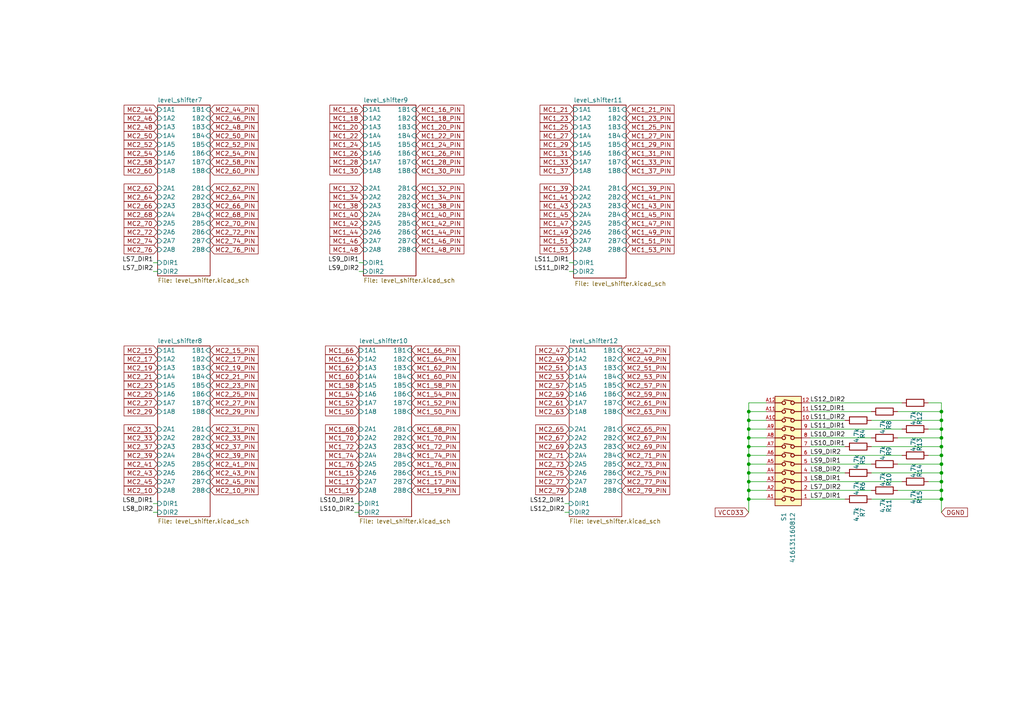
<source format=kicad_sch>
(kicad_sch (version 20231120) (generator "eeschema") (generator_version "8.0")
  (paper "A4")
  (lib_symbols
    (symbol "Device:R" (pin_numbers hide) (pin_names (offset 0))
      (property "Reference" "R" (at 2.032 0 90))
      (property "Value" "R" (at 0 0 90))
      (symbol "R_0_1"
        (rectangle (start -1.016 -2.54) (end 1.016 2.54) (stroke (width 0.254)))
      )
      (symbol "R_1_1"
        (pin passive line (at 0 3.81 270) (length 1.27) (name "~") (number "1"))
        (pin passive line (at 0 -3.81 90) (length 1.27) (name "~") (number "2"))
      )
    )
    (symbol "avlsi_preferred_parts:416131160812" (pin_names (offset 1.016))
      (property "Reference" "S" (at 15.24 2.54 0))
      (property "Value" "416131160812" (at 15.24 0 0))
      (symbol "416131160812_0_0"
        (rectangle (start -17.145 -2.54) (end 14.605 5.08) (stroke (width 0.2)) (fill (type background)))
        (circle (center -15.24 0) (radius 0.508) (stroke (width 0.254)))
        (circle (center -15.24 2.54) (radius 0.508) (stroke (width 0.254)))
        (circle (center -12.7 0) (radius 0.508) (stroke (width 0.254)))
        (circle (center -12.7 2.54) (radius 0.508) (stroke (width 0.254)))
        (circle (center -10.16 0) (radius 0.508) (stroke (width 0.254)))
        (circle (center -10.16 2.54) (radius 0.508) (stroke (width 0.254)))
        (circle (center -7.62 0) (radius 0.508) (stroke (width 0.254)))
        (circle (center -7.62 2.54) (radius 0.508) (stroke (width 0.254)))
        (circle (center -5.08 0) (radius 0.508) (stroke (width 0.254)))
        (circle (center -5.08 2.54) (radius 0.508) (stroke (width 0.254)))
        (circle (center -2.54 0) (radius 0.508) (stroke (width 0.254)))
        (circle (center -2.54 2.54) (radius 0.508) (stroke (width 0.254)))
        (polyline (pts (xy -15.24 -2.54) (xy -15.24 -0.535)) (stroke (width 0.254)))
        (polyline (pts (xy -15.24 5.08) (xy -15.24 3.075)) (stroke (width 0.254)))
        (polyline (pts (xy -14.74 -0.03) (xy -14.34 2.47)) (stroke (width 0.254)))
        (polyline (pts (xy -12.7 -2.54) (xy -12.7 -0.535)) (stroke (width 0.254)))
        (polyline (pts (xy -12.7 5.08) (xy -12.7 3.075)) (stroke (width 0.254)))
        (polyline (pts (xy -12.2 -0.03) (xy -11.8 2.47)) (stroke (width 0.254)))
        (polyline (pts (xy -10.16 -2.54) (xy -10.16 -0.535)) (stroke (width 0.254)))
        (polyline (pts (xy -10.16 5.08) (xy -10.16 3.075)) (stroke (width 0.254)))
        (polyline (pts (xy -9.66 -0.03) (xy -9.26 2.47)) (stroke (width 0.254)))
        (polyline (pts (xy -7.62 -2.54) (xy -7.62 -0.535)) (stroke (width 0.254)))
        (polyline (pts (xy -7.62 5.08) (xy -7.62 3.075)) (stroke (width 0.254)))
        (polyline (pts (xy -7.12 -0.03) (xy -6.72 2.47)) (stroke (width 0.254)))
        (polyline (pts (xy -5.08 -2.54) (xy -5.08 -0.535)) (stroke (width 0.254)))
        (polyline (pts (xy -5.08 5.08) (xy -5.08 3.075)) (stroke (width 0.254)))
        (polyline (pts (xy -4.58 -0.03) (xy -4.18 2.47)) (stroke (width 0.254)))
        (polyline (pts (xy -2.54 -2.54) (xy -2.54 -0.535)) (stroke (width 0.254)))
        (polyline (pts (xy -2.54 5.08) (xy -2.54 3.075)) (stroke (width 0.254)))
        (polyline (pts (xy -2.04 -0.03) (xy -1.64 2.47)) (stroke (width 0.254)))
        (polyline (pts (xy 0 -2.54) (xy 0 -0.535)) (stroke (width 0.254)))
        (polyline (pts (xy 0 5.08) (xy 0 3.075)) (stroke (width 0.254)))
        (polyline (pts (xy 0.5 -0.03) (xy 0.9 2.47)) (stroke (width 0.254)))
        (polyline (pts (xy 2.54 -2.54) (xy 2.54 -0.535)) (stroke (width 0.254)))
        (polyline (pts (xy 2.54 5.08) (xy 2.54 3.075)) (stroke (width 0.254)))
        (polyline (pts (xy 3.04 -0.03) (xy 3.44 2.47)) (stroke (width 0.254)))
        (polyline (pts (xy 5.08 -2.54) (xy 5.08 -0.535)) (stroke (width 0.254)))
        (polyline (pts (xy 5.08 5.08) (xy 5.08 3.075)) (stroke (width 0.254)))
        (polyline (pts (xy 5.58 -0.03) (xy 5.98 2.47)) (stroke (width 0.254)))
        (polyline (pts (xy 7.62 -2.54) (xy 7.62 -0.535)) (stroke (width 0.254)))
        (polyline (pts (xy 7.62 5.08) (xy 7.62 3.075)) (stroke (width 0.254)))
        (polyline (pts (xy 8.12 -0.03) (xy 8.52 2.47)) (stroke (width 0.254)))
        (polyline (pts (xy 10.16 -2.54) (xy 10.16 -0.535)) (stroke (width 0.254)))
        (polyline (pts (xy 10.16 5.08) (xy 10.16 3.075)) (stroke (width 0.254)))
        (polyline (pts (xy 10.66 -0.03) (xy 11.06 2.47)) (stroke (width 0.254)))
        (polyline (pts (xy 12.7 -2.54) (xy 12.7 -0.535)) (stroke (width 0.254)))
        (polyline (pts (xy 12.7 5.08) (xy 12.7 3.075)) (stroke (width 0.254)))
        (polyline (pts (xy 13.2 -0.03) (xy 13.6 2.47)) (stroke (width 0.254)))
        (circle (center 0 0) (radius 0.508) (stroke (width 0.254)))
        (circle (center 0 2.54) (radius 0.508) (stroke (width 0.254)))
        (circle (center 2.54 0) (radius 0.508) (stroke (width 0.254)))
        (circle (center 2.54 2.54) (radius 0.508) (stroke (width 0.254)))
        (circle (center 5.08 0) (radius 0.508) (stroke (width 0.254)))
        (circle (center 5.08 2.54) (radius 0.508) (stroke (width 0.254)))
        (circle (center 7.62 0) (radius 0.508) (stroke (width 0.254)))
        (circle (center 7.62 2.54) (radius 0.508) (stroke (width 0.254)))
        (circle (center 10.16 0) (radius 0.508) (stroke (width 0.254)))
        (circle (center 10.16 2.54) (radius 0.508) (stroke (width 0.254)))
        (circle (center 12.7 0) (radius 0.508) (stroke (width 0.254)))
        (circle (center 12.7 2.54) (radius 0.508) (stroke (width 0.254)))
        (pin passive line (at -15.24 -5.08 90) (length 2.54) (name "~") (number "1"))
        (pin passive line (at 7.62 -5.08 90) (length 2.54) (name "~") (number "10"))
        (pin passive line (at 10.16 -5.08 90) (length 2.54) (name "~") (number "11"))
        (pin passive line (at 12.7 -5.08 90) (length 2.54) (name "~") (number "12"))
        (pin passive line (at -12.7 -5.08 90) (length 2.54) (name "~") (number "2"))
        (pin passive line (at -10.16 -5.08 90) (length 2.54) (name "~") (number "3"))
        (pin passive line (at -7.62 -5.08 90) (length 2.54) (name "~") (number "4"))
        (pin passive line (at -5.08 -5.08 90) (length 2.54) (name "~") (number "5"))
        (pin passive line (at -2.54 -5.08 90) (length 2.54) (name "~") (number "6"))
        (pin passive line (at 0 -5.08 90) (length 2.54) (name "~") (number "7"))
        (pin passive line (at 2.54 -5.08 90) (length 2.54) (name "~") (number "8"))
        (pin passive line (at 5.08 -5.08 90) (length 2.54) (name "~") (number "9"))
        (pin passive line (at -15.24 7.62 270) (length 2.54) (name "~") (number "A1"))
        (pin passive line (at 7.62 7.62 270) (length 2.54) (name "~") (number "A10"))
        (pin passive line (at 10.16 7.62 270) (length 2.54) (name "~") (number "A11"))
        (pin passive line (at 12.7 7.62 270) (length 2.54) (name "~") (number "A12"))
        (pin passive line (at -12.7 7.62 270) (length 2.54) (name "~") (number "A2"))
        (pin passive line (at -10.16 7.62 270) (length 2.54) (name "~") (number "A3"))
        (pin passive line (at -7.62 7.62 270) (length 2.54) (name "~") (number "A4"))
        (pin passive line (at -5.08 7.62 270) (length 2.54) (name "~") (number "A5"))
        (pin passive line (at -2.54 7.62 270) (length 2.54) (name "~") (number "A6"))
        (pin passive line (at 0 7.62 270) (length 2.54) (name "~") (number "A7"))
        (pin passive line (at 2.54 7.62 270) (length 2.54) (name "~") (number "A8"))
        (pin passive line (at 5.08 7.62 270) (length 2.54) (name "~") (number "A9"))
      )
    )
  )
  (junction (at 273.05 139.7))
  (junction (at 217.17 121.92))
  (junction (at 217.17 144.78))
  (junction (at 217.17 127))
  (junction (at 273.05 119.38))
  (junction (at 217.17 142.24))
  (junction (at 273.05 121.92))
  (junction (at 217.17 119.38))
  (junction (at 217.17 137.16))
  (junction (at 273.05 124.46))
  (junction (at 217.17 139.7))
  (junction (at 273.05 132.08))
  (junction (at 217.17 129.54))
  (junction (at 273.05 142.24))
  (junction (at 217.17 134.62))
  (junction (at 273.05 129.54))
  (junction (at 217.17 124.46))
  (junction (at 273.05 134.62))
  (junction (at 217.17 132.08))
  (junction (at 273.05 137.16))
  (junction (at 273.05 144.78))
  (junction (at 273.05 127))
  (wire (pts (xy 217.17 121.92) (xy 222.25 121.92)))
  (wire (pts (xy 273.05 139.7) (xy 273.05 142.24)))
  (wire (pts (xy 217.17 124.46) (xy 222.25 124.46)))
  (wire (pts (xy 165.1 78.74) (xy 166.37 78.74)))
  (wire (pts (xy 217.17 116.84) (xy 222.25 116.84)))
  (wire (pts (xy 102.87 146.05) (xy 104.14 146.05)))
  (wire (pts (xy 217.17 134.62) (xy 217.17 132.08)))
  (wire (pts (xy 234.95 134.62) (xy 252.73 134.62)))
  (wire (pts (xy 252.73 129.54) (xy 273.05 129.54)))
  (wire (pts (xy 217.17 137.16) (xy 222.25 137.16)))
  (wire (pts (xy 260.35 134.62) (xy 273.05 134.62)))
  (wire (pts (xy 234.95 121.92) (xy 245.11 121.92)))
  (wire (pts (xy 44.45 148.59) (xy 45.72 148.59)))
  (wire (pts (xy 217.17 129.54) (xy 217.17 127)))
  (wire (pts (xy 217.17 144.78) (xy 217.17 142.24)))
  (wire (pts (xy 269.24 139.7) (xy 273.05 139.7)))
  (wire (pts (xy 273.05 134.62) (xy 273.05 137.16)))
  (wire (pts (xy 273.05 129.54) (xy 273.05 132.08)))
  (wire (pts (xy 234.95 119.38) (xy 252.73 119.38)))
  (wire (pts (xy 234.95 127) (xy 252.73 127)))
  (wire (pts (xy 273.05 137.16) (xy 273.05 139.7)))
  (wire (pts (xy 217.17 127) (xy 217.17 124.46)))
  (wire (pts (xy 273.05 127) (xy 273.05 129.54)))
  (wire (pts (xy 269.24 124.46) (xy 273.05 124.46)))
  (wire (pts (xy 252.73 144.78) (xy 273.05 144.78)))
  (wire (pts (xy 217.17 148.59) (xy 217.17 144.78)))
  (wire (pts (xy 217.17 134.62) (xy 222.25 134.62)))
  (wire (pts (xy 234.95 139.7) (xy 261.62 139.7)))
  (wire (pts (xy 252.73 137.16) (xy 273.05 137.16)))
  (wire (pts (xy 217.17 119.38) (xy 222.25 119.38)))
  (wire (pts (xy 217.17 144.78) (xy 222.25 144.78)))
  (wire (pts (xy 273.05 144.78) (xy 273.05 148.59)))
  (wire (pts (xy 217.17 132.08) (xy 217.17 129.54)))
  (wire (pts (xy 273.05 121.92) (xy 273.05 124.46)))
  (wire (pts (xy 44.45 76.2) (xy 45.72 76.2)))
  (wire (pts (xy 273.05 142.24) (xy 273.05 144.78)))
  (wire (pts (xy 165.1 76.2) (xy 166.37 76.2)))
  (wire (pts (xy 217.17 139.7) (xy 222.25 139.7)))
  (wire (pts (xy 217.17 121.92) (xy 217.17 119.38)))
  (wire (pts (xy 217.17 129.54) (xy 222.25 129.54)))
  (wire (pts (xy 234.95 116.84) (xy 261.62 116.84)))
  (wire (pts (xy 273.05 124.46) (xy 273.05 127)))
  (wire (pts (xy 269.24 132.08) (xy 273.05 132.08)))
  (wire (pts (xy 217.17 142.24) (xy 222.25 142.24)))
  (wire (pts (xy 234.95 129.54) (xy 245.11 129.54)))
  (wire (pts (xy 217.17 127) (xy 222.25 127)))
  (wire (pts (xy 273.05 116.84) (xy 273.05 119.38)))
  (wire (pts (xy 260.35 142.24) (xy 273.05 142.24)))
  (wire (pts (xy 104.14 78.74) (xy 105.41 78.74)))
  (wire (pts (xy 234.95 137.16) (xy 245.11 137.16)))
  (wire (pts (xy 234.95 142.24) (xy 252.73 142.24)))
  (wire (pts (xy 217.17 132.08) (xy 222.25 132.08)))
  (wire (pts (xy 260.35 127) (xy 273.05 127)))
  (wire (pts (xy 217.17 137.16) (xy 217.17 134.62)))
  (wire (pts (xy 273.05 119.38) (xy 273.05 121.92)))
  (wire (pts (xy 163.83 146.05) (xy 165.1 146.05)))
  (wire (pts (xy 252.73 121.92) (xy 273.05 121.92)))
  (wire (pts (xy 217.17 124.46) (xy 217.17 121.92)))
  (wire (pts (xy 104.14 76.2) (xy 105.41 76.2)))
  (wire (pts (xy 44.45 78.74) (xy 45.72 78.74)))
  (wire (pts (xy 217.17 142.24) (xy 217.17 139.7)))
  (wire (pts (xy 217.17 119.38) (xy 217.17 116.84)))
  (wire (pts (xy 273.05 132.08) (xy 273.05 134.62)))
  (wire (pts (xy 234.95 144.78) (xy 245.11 144.78)))
  (wire (pts (xy 102.87 148.59) (xy 104.14 148.59)))
  (wire (pts (xy 234.95 132.08) (xy 261.62 132.08)))
  (wire (pts (xy 217.17 139.7) (xy 217.17 137.16)))
  (wire (pts (xy 234.95 124.46) (xy 261.62 124.46)))
  (wire (pts (xy 163.83 148.59) (xy 165.1 148.59)))
  (wire (pts (xy 269.24 116.84) (xy 273.05 116.84)))
  (wire (pts (xy 260.35 119.38) (xy 273.05 119.38)))
  (wire (pts (xy 44.45 146.05) (xy 45.72 146.05)))
  (label "LS12_DIR1" (at 234.95 119.38 0))
  (label "LS10_DIR2" (at 102.87 148.59 180))
  (label "LS8_DIR1" (at 44.45 146.05 180))
  (label "LS11_DIR2" (at 234.95 121.92 0))
  (label "LS10_DIR1" (at 102.87 146.05 180))
  (label "LS9_DIR1" (at 104.14 76.2 180))
  (label "LS10_DIR1" (at 234.95 129.54 0))
  (label "LS10_DIR2" (at 234.95 127 0))
  (label "LS7_DIR2" (at 234.95 142.24 0))
  (label "LS9_DIR2" (at 104.14 78.74 180))
  (label "LS12_DIR1" (at 163.83 146.05 180))
  (label "LS9_DIR1" (at 234.95 134.62 0))
  (label "LS7_DIR1" (at 44.45 76.2 180))
  (label "LS8_DIR2" (at 44.45 148.59 180))
  (label "LS8_DIR2" (at 234.95 137.16 0))
  (label "LS11_DIR1" (at 165.1 76.2 180))
  (label "LS7_DIR2" (at 44.45 78.74 180))
  (label "LS9_DIR2" (at 234.95 132.08 0))
  (label "LS11_DIR2" (at 165.1 78.74 180))
  (label "LS12_DIR2" (at 163.83 148.59 180))
  (label "LS12_DIR2" (at 234.95 116.84 0))
  (label "LS8_DIR1" (at 234.95 139.7 0))
  (label "LS11_DIR1" (at 234.95 124.46 0))
  (label "LS7_DIR1" (at 234.95 144.78 0))
  (global_label "MC1_62_PIN" (shape input) (at 119.38 106.68 0) (property "Intersheetrefs" "${INTERSHEET_REFS}" (effects (hide yes))))
  (global_label "MC2_50_PIN" (shape input) (at 60.96 39.37 0) (property "Intersheetrefs" "${INTERSHEET_REFS}" (effects (hide yes))))
  (global_label "MC2_59" (shape input) (at 165.1 114.3 180) (property "Intersheetrefs" "${INTERSHEET_REFS}" (effects (hide yes))))
  (global_label "MC1_52" (shape input) (at 104.14 116.84 180) (property "Intersheetrefs" "${INTERSHEET_REFS}" (effects (hide yes))))
  (global_label "MC1_76_PIN" (shape input) (at 119.38 134.62 0) (property "Intersheetrefs" "${INTERSHEET_REFS}" (effects (hide yes))))
  (global_label "MC1_18" (shape input) (at 105.41 34.29 180) (property "Intersheetrefs" "${INTERSHEET_REFS}" (effects (hide yes))))
  (global_label "MC2_45" (shape input) (at 45.72 139.7 180) (property "Intersheetrefs" "${INTERSHEET_REFS}" (effects (hide yes))))
  (global_label "MC2_43" (shape input) (at 45.72 137.16 180) (property "Intersheetrefs" "${INTERSHEET_REFS}" (effects (hide yes))))
  (global_label "MC1_58_PIN" (shape input) (at 119.38 111.76 0) (property "Intersheetrefs" "${INTERSHEET_REFS}" (effects (hide yes))))
  (global_label "MC1_34" (shape input) (at 105.41 57.15 180) (property "Intersheetrefs" "${INTERSHEET_REFS}" (effects (hide yes))))
  (global_label "MC2_57_PIN" (shape input) (at 180.34 111.76 0) (property "Intersheetrefs" "${INTERSHEET_REFS}" (effects (hide yes))))
  (global_label "MC1_66" (shape input) (at 104.14 101.6 180) (property "Intersheetrefs" "${INTERSHEET_REFS}" (effects (hide yes))))
  (global_label "MC2_23" (shape input) (at 45.72 111.76 180) (property "Intersheetrefs" "${INTERSHEET_REFS}" (effects (hide yes))))
  (global_label "MC1_48_PIN" (shape input) (at 120.65 72.39 0) (property "Intersheetrefs" "${INTERSHEET_REFS}" (effects (hide yes))))
  (global_label "MC2_10_PIN" (shape input) (at 60.96 142.24 0) (property "Intersheetrefs" "${INTERSHEET_REFS}" (effects (hide yes))))
  (global_label "MC1_40_PIN" (shape input) (at 120.65 62.23 0) (property "Intersheetrefs" "${INTERSHEET_REFS}" (effects (hide yes))))
  (global_label "MC2_73_PIN" (shape input) (at 180.34 134.62 0) (property "Intersheetrefs" "${INTERSHEET_REFS}" (effects (hide yes))))
  (global_label "MC1_19" (shape input) (at 104.14 142.24 180) (property "Intersheetrefs" "${INTERSHEET_REFS}" (effects (hide yes))))
  (global_label "MC2_64_PIN" (shape input) (at 60.96 57.15 0) (property "Intersheetrefs" "${INTERSHEET_REFS}" (effects (hide yes))))
  (global_label "MC1_47_PIN" (shape input) (at 181.61 64.77 0) (property "Intersheetrefs" "${INTERSHEET_REFS}" (effects (hide yes))))
  (global_label "MC2_67" (shape input) (at 165.1 127 180) (property "Intersheetrefs" "${INTERSHEET_REFS}" (effects (hide yes))))
  (global_label "MC1_51_PIN" (shape input) (at 181.61 69.85 0) (property "Intersheetrefs" "${INTERSHEET_REFS}" (effects (hide yes))))
  (global_label "MC2_39_PIN" (shape input) (at 60.96 132.08 0) (property "Intersheetrefs" "${INTERSHEET_REFS}" (effects (hide yes))))
  (global_label "MC2_53_PIN" (shape input) (at 180.34 109.22 0) (property "Intersheetrefs" "${INTERSHEET_REFS}" (effects (hide yes))))
  (global_label "MC1_24_PIN" (shape input) (at 120.65 41.91 0) (property "Intersheetrefs" "${INTERSHEET_REFS}" (effects (hide yes))))
  (global_label "MC2_51" (shape input) (at 165.1 106.68 180) (property "Intersheetrefs" "${INTERSHEET_REFS}" (effects (hide yes))))
  (global_label "MC2_61_PIN" (shape input) (at 180.34 116.84 0) (property "Intersheetrefs" "${INTERSHEET_REFS}" (effects (hide yes))))
  (global_label "MC1_20" (shape input) (at 105.41 36.83 180) (property "Intersheetrefs" "${INTERSHEET_REFS}" (effects (hide yes))))
  (global_label "MC2_53" (shape input) (at 165.1 109.22 180) (property "Intersheetrefs" "${INTERSHEET_REFS}" (effects (hide yes))))
  (global_label "MC1_54" (shape input) (at 104.14 114.3 180) (property "Intersheetrefs" "${INTERSHEET_REFS}" (effects (hide yes))))
  (global_label "MC1_16_PIN" (shape input) (at 120.65 31.75 0) (property "Intersheetrefs" "${INTERSHEET_REFS}" (effects (hide yes))))
  (global_label "MC2_64" (shape input) (at 45.72 57.15 180) (property "Intersheetrefs" "${INTERSHEET_REFS}" (effects (hide yes))))
  (global_label "MC1_51" (shape input) (at 166.37 69.85 180) (property "Intersheetrefs" "${INTERSHEET_REFS}" (effects (hide yes))))
  (global_label "MC2_46" (shape input) (at 45.72 34.29 180) (property "Intersheetrefs" "${INTERSHEET_REFS}" (effects (hide yes))))
  (global_label "MC1_32_PIN" (shape input) (at 120.65 54.61 0) (property "Intersheetrefs" "${INTERSHEET_REFS}" (effects (hide yes))))
  (global_label "MC2_74" (shape input) (at 45.72 69.85 180) (property "Intersheetrefs" "${INTERSHEET_REFS}" (effects (hide yes))))
  (global_label "MC2_48_PIN" (shape input) (at 60.96 36.83 0) (property "Intersheetrefs" "${INTERSHEET_REFS}" (effects (hide yes))))
  (global_label "MC2_10" (shape input) (at 45.72 142.24 180) (property "Intersheetrefs" "${INTERSHEET_REFS}" (effects (hide yes))))
  (global_label "MC1_24" (shape input) (at 105.41 41.91 180) (property "Intersheetrefs" "${INTERSHEET_REFS}" (effects (hide yes))))
  (global_label "MC1_15" (shape input) (at 104.14 137.16 180) (property "Intersheetrefs" "${INTERSHEET_REFS}" (effects (hide yes))))
  (global_label "MC2_72_PIN" (shape input) (at 60.96 67.31 0) (property "Intersheetrefs" "${INTERSHEET_REFS}" (effects (hide yes))))
  (global_label "MC2_21_PIN" (shape input) (at 60.96 109.22 0) (property "Intersheetrefs" "${INTERSHEET_REFS}" (effects (hide yes))))
  (global_label "MC1_33" (shape input) (at 166.37 46.99 180) (property "Intersheetrefs" "${INTERSHEET_REFS}" (effects (hide yes))))
  (global_label "MC2_41_PIN" (shape input) (at 60.96 134.62 0) (property "Intersheetrefs" "${INTERSHEET_REFS}" (effects (hide yes))))
  (global_label "MC1_46_PIN" (shape input) (at 120.65 69.85 0) (property "Intersheetrefs" "${INTERSHEET_REFS}" (effects (hide yes))))
  (global_label "MC1_38_PIN" (shape input) (at 120.65 59.69 0) (property "Intersheetrefs" "${INTERSHEET_REFS}" (effects (hide yes))))
  (global_label "MC2_25_PIN" (shape input) (at 60.96 114.3 0) (property "Intersheetrefs" "${INTERSHEET_REFS}" (effects (hide yes))))
  (global_label "MC1_26_PIN" (shape input) (at 120.65 44.45 0) (property "Intersheetrefs" "${INTERSHEET_REFS}" (effects (hide yes))))
  (global_label "MC2_51_PIN" (shape input) (at 180.34 106.68 0) (property "Intersheetrefs" "${INTERSHEET_REFS}" (effects (hide yes))))
  (global_label "MC2_43_PIN" (shape input) (at 60.96 137.16 0) (property "Intersheetrefs" "${INTERSHEET_REFS}" (effects (hide yes))))
  (global_label "MC2_71" (shape input) (at 165.1 132.08 180) (property "Intersheetrefs" "${INTERSHEET_REFS}" (effects (hide yes))))
  (global_label "MC1_42_PIN" (shape input) (at 120.65 64.77 0) (property "Intersheetrefs" "${INTERSHEET_REFS}" (effects (hide yes))))
  (global_label "MC1_21" (shape input) (at 166.37 31.75 180) (property "Intersheetrefs" "${INTERSHEET_REFS}" (effects (hide yes))))
  (global_label "MC1_72" (shape input) (at 104.14 129.54 180) (property "Intersheetrefs" "${INTERSHEET_REFS}" (effects (hide yes))))
  (global_label "MC2_76_PIN" (shape input) (at 60.96 72.39 0) (property "Intersheetrefs" "${INTERSHEET_REFS}" (effects (hide yes))))
  (global_label "VCCD33" (shape input) (at 217.17 148.59 180) (property "Intersheetrefs" "${INTERSHEET_REFS}" (effects (hide yes))))
  (global_label "MC2_68_PIN" (shape input) (at 60.96 62.23 0) (property "Intersheetrefs" "${INTERSHEET_REFS}" (effects (hide yes))))
  (global_label "MC2_19_PIN" (shape input) (at 60.96 106.68 0) (property "Intersheetrefs" "${INTERSHEET_REFS}" (effects (hide yes))))
  (global_label "MC2_63_PIN" (shape input) (at 180.34 119.38 0) (property "Intersheetrefs" "${INTERSHEET_REFS}" (effects (hide yes))))
  (global_label "MC2_50" (shape input) (at 45.72 39.37 180) (property "Intersheetrefs" "${INTERSHEET_REFS}" (effects (hide yes))))
  (global_label "MC1_18_PIN" (shape input) (at 120.65 34.29 0) (property "Intersheetrefs" "${INTERSHEET_REFS}" (effects (hide yes))))
  (global_label "MC1_74" (shape input) (at 104.14 132.08 180) (property "Intersheetrefs" "${INTERSHEET_REFS}" (effects (hide yes))))
  (global_label "MC2_37_PIN" (shape input) (at 60.96 129.54 0) (property "Intersheetrefs" "${INTERSHEET_REFS}" (effects (hide yes))))
  (global_label "MC1_47" (shape input) (at 166.37 64.77 180) (property "Intersheetrefs" "${INTERSHEET_REFS}" (effects (hide yes))))
  (global_label "MC1_17" (shape input) (at 104.14 139.7 180) (property "Intersheetrefs" "${INTERSHEET_REFS}" (effects (hide yes))))
  (global_label "MC1_27" (shape input) (at 166.37 39.37 180) (property "Intersheetrefs" "${INTERSHEET_REFS}" (effects (hide yes))))
  (global_label "MC2_17_PIN" (shape input) (at 60.96 104.14 0) (property "Intersheetrefs" "${INTERSHEET_REFS}" (effects (hide yes))))
  (global_label "MC2_49_PIN" (shape input) (at 180.34 104.14 0) (property "Intersheetrefs" "${INTERSHEET_REFS}" (effects (hide yes))))
  (global_label "MC2_68" (shape input) (at 45.72 62.23 180) (property "Intersheetrefs" "${INTERSHEET_REFS}" (effects (hide yes))))
  (global_label "MC1_43" (shape input) (at 166.37 59.69 180) (property "Intersheetrefs" "${INTERSHEET_REFS}" (effects (hide yes))))
  (global_label "MC1_37_PIN" (shape input) (at 181.61 49.53 0) (property "Intersheetrefs" "${INTERSHEET_REFS}" (effects (hide yes))))
  (global_label "MC1_29" (shape input) (at 166.37 41.91 180) (property "Intersheetrefs" "${INTERSHEET_REFS}" (effects (hide yes))))
  (global_label "MC2_52_PIN" (shape input) (at 60.96 41.91 0) (property "Intersheetrefs" "${INTERSHEET_REFS}" (effects (hide yes))))
  (global_label "MC1_33_PIN" (shape input) (at 181.61 46.99 0) (property "Intersheetrefs" "${INTERSHEET_REFS}" (effects (hide yes))))
  (global_label "MC1_28" (shape input) (at 105.41 46.99 180) (property "Intersheetrefs" "${INTERSHEET_REFS}" (effects (hide yes))))
  (global_label "MC1_48" (shape input) (at 105.41 72.39 180) (property "Intersheetrefs" "${INTERSHEET_REFS}" (effects (hide yes))))
  (global_label "MC1_76" (shape input) (at 104.14 134.62 180) (property "Intersheetrefs" "${INTERSHEET_REFS}" (effects (hide yes))))
  (global_label "MC1_30" (shape input) (at 105.41 49.53 180) (property "Intersheetrefs" "${INTERSHEET_REFS}" (effects (hide yes))))
  (global_label "MC2_66_PIN" (shape input) (at 60.96 59.69 0) (property "Intersheetrefs" "${INTERSHEET_REFS}" (effects (hide yes))))
  (global_label "MC1_45" (shape input) (at 166.37 62.23 180) (property "Intersheetrefs" "${INTERSHEET_REFS}" (effects (hide yes))))
  (global_label "MC2_23_PIN" (shape input) (at 60.96 111.76 0) (property "Intersheetrefs" "${INTERSHEET_REFS}" (effects (hide yes))))
  (global_label "MC2_75" (shape input) (at 165.1 137.16 180) (property "Intersheetrefs" "${INTERSHEET_REFS}" (effects (hide yes))))
  (global_label "DGND" (shape input) (at 273.05 148.59 0) (property "Intersheetrefs" "${INTERSHEET_REFS}" (effects (hide yes))))
  (global_label "MC1_23_PIN" (shape input) (at 181.61 34.29 0) (property "Intersheetrefs" "${INTERSHEET_REFS}" (effects (hide yes))))
  (global_label "MC2_17" (shape input) (at 45.72 104.14 180) (property "Intersheetrefs" "${INTERSHEET_REFS}" (effects (hide yes))))
  (global_label "MC1_27_PIN" (shape input) (at 181.61 39.37 0) (property "Intersheetrefs" "${INTERSHEET_REFS}" (effects (hide yes))))
  (global_label "MC1_31" (shape input) (at 166.37 44.45 180) (property "Intersheetrefs" "${INTERSHEET_REFS}" (effects (hide yes))))
  (global_label "MC2_79_PIN" (shape input) (at 180.34 142.24 0) (property "Intersheetrefs" "${INTERSHEET_REFS}" (effects (hide yes))))
  (global_label "MC1_72_PIN" (shape input) (at 119.38 129.54 0) (property "Intersheetrefs" "${INTERSHEET_REFS}" (effects (hide yes))))
  (global_label "MC2_31" (shape input) (at 45.72 124.46 180) (property "Intersheetrefs" "${INTERSHEET_REFS}" (effects (hide yes))))
  (global_label "MC2_15" (shape input) (at 45.72 101.6 180) (property "Intersheetrefs" "${INTERSHEET_REFS}" (effects (hide yes))))
  (global_label "MC2_52" (shape input) (at 45.72 41.91 180) (property "Intersheetrefs" "${INTERSHEET_REFS}" (effects (hide yes))))
  (global_label "MC2_31_PIN" (shape input) (at 60.96 124.46 0) (property "Intersheetrefs" "${INTERSHEET_REFS}" (effects (hide yes))))
  (global_label "MC2_29" (shape input) (at 45.72 119.38 180) (property "Intersheetrefs" "${INTERSHEET_REFS}" (effects (hide yes))))
  (global_label "MC1_32" (shape input) (at 105.41 54.61 180) (property "Intersheetrefs" "${INTERSHEET_REFS}" (effects (hide yes))))
  (global_label "MC2_48" (shape input) (at 45.72 36.83 180) (property "Intersheetrefs" "${INTERSHEET_REFS}" (effects (hide yes))))
  (global_label "MC2_71_PIN" (shape input) (at 180.34 132.08 0) (property "Intersheetrefs" "${INTERSHEET_REFS}" (effects (hide yes))))
  (global_label "MC2_44" (shape input) (at 45.72 31.75 180) (property "Intersheetrefs" "${INTERSHEET_REFS}" (effects (hide yes))))
  (global_label "MC2_70_PIN" (shape input) (at 60.96 64.77 0) (property "Intersheetrefs" "${INTERSHEET_REFS}" (effects (hide yes))))
  (global_label "MC1_62" (shape input) (at 104.14 106.68 180) (property "Intersheetrefs" "${INTERSHEET_REFS}" (effects (hide yes))))
  (global_label "MC2_59_PIN" (shape input) (at 180.34 114.3 0) (property "Intersheetrefs" "${INTERSHEET_REFS}" (effects (hide yes))))
  (global_label "MC1_70_PIN" (shape input) (at 119.38 127 0) (property "Intersheetrefs" "${INTERSHEET_REFS}" (effects (hide yes))))
  (global_label "MC1_44_PIN" (shape input) (at 120.65 67.31 0) (property "Intersheetrefs" "${INTERSHEET_REFS}" (effects (hide yes))))
  (global_label "MC1_17_PIN" (shape input) (at 119.38 139.7 0) (property "Intersheetrefs" "${INTERSHEET_REFS}" (effects (hide yes))))
  (global_label "MC1_68_PIN" (shape input) (at 119.38 124.46 0) (property "Intersheetrefs" "${INTERSHEET_REFS}" (effects (hide yes))))
  (global_label "MC1_74_PIN" (shape input) (at 119.38 132.08 0) (property "Intersheetrefs" "${INTERSHEET_REFS}" (effects (hide yes))))
  (global_label "MC2_58" (shape input) (at 45.72 46.99 180) (property "Intersheetrefs" "${INTERSHEET_REFS}" (effects (hide yes))))
  (global_label "MC1_16" (shape input) (at 105.41 31.75 180) (property "Intersheetrefs" "${INTERSHEET_REFS}" (effects (hide yes))))
  (global_label "MC1_19_PIN" (shape input) (at 119.38 142.24 0) (property "Intersheetrefs" "${INTERSHEET_REFS}" (effects (hide yes))))
  (global_label "MC1_15_PIN" (shape input) (at 119.38 137.16 0) (property "Intersheetrefs" "${INTERSHEET_REFS}" (effects (hide yes))))
  (global_label "MC1_54_PIN" (shape input) (at 119.38 114.3 0) (property "Intersheetrefs" "${INTERSHEET_REFS}" (effects (hide yes))))
  (global_label "MC2_29_PIN" (shape input) (at 60.96 119.38 0) (property "Intersheetrefs" "${INTERSHEET_REFS}" (effects (hide yes))))
  (global_label "MC2_75_PIN" (shape input) (at 180.34 137.16 0) (property "Intersheetrefs" "${INTERSHEET_REFS}" (effects (hide yes))))
  (global_label "MC1_44" (shape input) (at 105.41 67.31 180) (property "Intersheetrefs" "${INTERSHEET_REFS}" (effects (hide yes))))
  (global_label "MC2_39" (shape input) (at 45.72 132.08 180) (property "Intersheetrefs" "${INTERSHEET_REFS}" (effects (hide yes))))
  (global_label "MC2_62_PIN" (shape input) (at 60.96 54.61 0) (property "Intersheetrefs" "${INTERSHEET_REFS}" (effects (hide yes))))
  (global_label "MC2_33_PIN" (shape input) (at 60.96 127 0) (property "Intersheetrefs" "${INTERSHEET_REFS}" (effects (hide yes))))
  (global_label "MC1_40" (shape input) (at 105.41 62.23 180) (property "Intersheetrefs" "${INTERSHEET_REFS}" (effects (hide yes))))
  (global_label "MC2_41" (shape input) (at 45.72 134.62 180) (property "Intersheetrefs" "${INTERSHEET_REFS}" (effects (hide yes))))
  (global_label "MC2_47_PIN" (shape input) (at 180.34 101.6 0) (property "Intersheetrefs" "${INTERSHEET_REFS}" (effects (hide yes))))
  (global_label "MC1_25_PIN" (shape input) (at 181.61 36.83 0) (property "Intersheetrefs" "${INTERSHEET_REFS}" (effects (hide yes))))
  (global_label "MC1_60" (shape input) (at 104.14 109.22 180) (property "Intersheetrefs" "${INTERSHEET_REFS}" (effects (hide yes))))
  (global_label "MC1_68" (shape input) (at 104.14 124.46 180) (property "Intersheetrefs" "${INTERSHEET_REFS}" (effects (hide yes))))
  (global_label "MC2_25" (shape input) (at 45.72 114.3 180) (property "Intersheetrefs" "${INTERSHEET_REFS}" (effects (hide yes))))
  (global_label "MC1_38" (shape input) (at 105.41 59.69 180) (property "Intersheetrefs" "${INTERSHEET_REFS}" (effects (hide yes))))
  (global_label "MC1_64" (shape input) (at 104.14 104.14 180) (property "Intersheetrefs" "${INTERSHEET_REFS}" (effects (hide yes))))
  (global_label "MC2_66" (shape input) (at 45.72 59.69 180) (property "Intersheetrefs" "${INTERSHEET_REFS}" (effects (hide yes))))
  (global_label "MC1_29_PIN" (shape input) (at 181.61 41.91 0) (property "Intersheetrefs" "${INTERSHEET_REFS}" (effects (hide yes))))
  (global_label "MC1_30_PIN" (shape input) (at 120.65 49.53 0) (property "Intersheetrefs" "${INTERSHEET_REFS}" (effects (hide yes))))
  (global_label "MC1_28_PIN" (shape input) (at 120.65 46.99 0) (property "Intersheetrefs" "${INTERSHEET_REFS}" (effects (hide yes))))
  (global_label "MC2_62" (shape input) (at 45.72 54.61 180) (property "Intersheetrefs" "${INTERSHEET_REFS}" (effects (hide yes))))
  (global_label "MC1_26" (shape input) (at 105.41 44.45 180) (property "Intersheetrefs" "${INTERSHEET_REFS}" (effects (hide yes))))
  (global_label "MC2_79" (shape input) (at 165.1 142.24 180) (property "Intersheetrefs" "${INTERSHEET_REFS}" (effects (hide yes))))
  (global_label "MC2_57" (shape input) (at 165.1 111.76 180) (property "Intersheetrefs" "${INTERSHEET_REFS}" (effects (hide yes))))
  (global_label "MC2_49" (shape input) (at 165.1 104.14 180) (property "Intersheetrefs" "${INTERSHEET_REFS}" (effects (hide yes))))
  (global_label "MC1_53" (shape input) (at 166.37 72.39 180) (property "Intersheetrefs" "${INTERSHEET_REFS}" (effects (hide yes))))
  (global_label "MC1_50" (shape input) (at 104.14 119.38 180) (property "Intersheetrefs" "${INTERSHEET_REFS}" (effects (hide yes))))
  (global_label "MC1_49_PIN" (shape input) (at 181.61 67.31 0) (property "Intersheetrefs" "${INTERSHEET_REFS}" (effects (hide yes))))
  (global_label "MC2_33" (shape input) (at 45.72 127 180) (property "Intersheetrefs" "${INTERSHEET_REFS}" (effects (hide yes))))
  (global_label "MC1_64_PIN" (shape input) (at 119.38 104.14 0) (property "Intersheetrefs" "${INTERSHEET_REFS}" (effects (hide yes))))
  (global_label "MC1_70" (shape input) (at 104.14 127 180) (property "Intersheetrefs" "${INTERSHEET_REFS}" (effects (hide yes))))
  (global_label "MC1_49" (shape input) (at 166.37 67.31 180) (property "Intersheetrefs" "${INTERSHEET_REFS}" (effects (hide yes))))
  (global_label "MC2_44_PIN" (shape input) (at 60.96 31.75 0) (property "Intersheetrefs" "${INTERSHEET_REFS}" (effects (hide yes))))
  (global_label "MC1_46" (shape input) (at 105.41 69.85 180) (property "Intersheetrefs" "${INTERSHEET_REFS}" (effects (hide yes))))
  (global_label "MC1_34_PIN" (shape input) (at 120.65 57.15 0) (property "Intersheetrefs" "${INTERSHEET_REFS}" (effects (hide yes))))
  (global_label "MC1_31_PIN" (shape input) (at 181.61 44.45 0) (property "Intersheetrefs" "${INTERSHEET_REFS}" (effects (hide yes))))
  (global_label "MC1_41" (shape input) (at 166.37 57.15 180) (property "Intersheetrefs" "${INTERSHEET_REFS}" (effects (hide yes))))
  (global_label "MC1_25" (shape input) (at 166.37 36.83 180) (property "Intersheetrefs" "${INTERSHEET_REFS}" (effects (hide yes))))
  (global_label "MC1_42" (shape input) (at 105.41 64.77 180) (property "Intersheetrefs" "${INTERSHEET_REFS}" (effects (hide yes))))
  (global_label "MC2_61" (shape input) (at 165.1 116.84 180) (property "Intersheetrefs" "${INTERSHEET_REFS}" (effects (hide yes))))
  (global_label "MC2_27" (shape input) (at 45.72 116.84 180) (property "Intersheetrefs" "${INTERSHEET_REFS}" (effects (hide yes))))
  (global_label "MC1_66_PIN" (shape input) (at 119.38 101.6 0) (property "Intersheetrefs" "${INTERSHEET_REFS}" (effects (hide yes))))
  (global_label "MC2_58_PIN" (shape input) (at 60.96 46.99 0) (property "Intersheetrefs" "${INTERSHEET_REFS}" (effects (hide yes))))
  (global_label "MC2_21" (shape input) (at 45.72 109.22 180) (property "Intersheetrefs" "${INTERSHEET_REFS}" (effects (hide yes))))
  (global_label "MC2_46_PIN" (shape input) (at 60.96 34.29 0) (property "Intersheetrefs" "${INTERSHEET_REFS}" (effects (hide yes))))
  (global_label "MC1_20_PIN" (shape input) (at 120.65 36.83 0) (property "Intersheetrefs" "${INTERSHEET_REFS}" (effects (hide yes))))
  (global_label "MC2_74_PIN" (shape input) (at 60.96 69.85 0) (property "Intersheetrefs" "${INTERSHEET_REFS}" (effects (hide yes))))
  (global_label "MC2_76" (shape input) (at 45.72 72.39 180) (property "Intersheetrefs" "${INTERSHEET_REFS}" (effects (hide yes))))
  (global_label "MC2_70" (shape input) (at 45.72 64.77 180) (property "Intersheetrefs" "${INTERSHEET_REFS}" (effects (hide yes))))
  (global_label "MC2_19" (shape input) (at 45.72 106.68 180) (property "Intersheetrefs" "${INTERSHEET_REFS}" (effects (hide yes))))
  (global_label "MC2_15_PIN" (shape input) (at 60.96 101.6 0) (property "Intersheetrefs" "${INTERSHEET_REFS}" (effects (hide yes))))
  (global_label "MC2_60" (shape input) (at 45.72 49.53 180) (property "Intersheetrefs" "${INTERSHEET_REFS}" (effects (hide yes))))
  (global_label "MC1_43_PIN" (shape input) (at 181.61 59.69 0) (property "Intersheetrefs" "${INTERSHEET_REFS}" (effects (hide yes))))
  (global_label "MC1_41_PIN" (shape input) (at 181.61 57.15 0) (property "Intersheetrefs" "${INTERSHEET_REFS}" (effects (hide yes))))
  (global_label "MC1_50_PIN" (shape input) (at 119.38 119.38 0) (property "Intersheetrefs" "${INTERSHEET_REFS}" (effects (hide yes))))
  (global_label "MC1_52_PIN" (shape input) (at 119.38 116.84 0) (property "Intersheetrefs" "${INTERSHEET_REFS}" (effects (hide yes))))
  (global_label "MC2_67_PIN" (shape input) (at 180.34 127 0) (property "Intersheetrefs" "${INTERSHEET_REFS}" (effects (hide yes))))
  (global_label "MC2_73" (shape input) (at 165.1 134.62 180) (property "Intersheetrefs" "${INTERSHEET_REFS}" (effects (hide yes))))
  (global_label "MC2_65_PIN" (shape input) (at 180.34 124.46 0) (property "Intersheetrefs" "${INTERSHEET_REFS}" (effects (hide yes))))
  (global_label "MC1_22_PIN" (shape input) (at 120.65 39.37 0) (property "Intersheetrefs" "${INTERSHEET_REFS}" (effects (hide yes))))
  (global_label "MC1_58" (shape input) (at 104.14 111.76 180) (property "Intersheetrefs" "${INTERSHEET_REFS}" (effects (hide yes))))
  (global_label "MC1_21_PIN" (shape input) (at 181.61 31.75 0) (property "Intersheetrefs" "${INTERSHEET_REFS}" (effects (hide yes))))
  (global_label "MC1_53_PIN" (shape input) (at 181.61 72.39 0) (property "Intersheetrefs" "${INTERSHEET_REFS}" (effects (hide yes))))
  (global_label "MC2_65" (shape input) (at 165.1 124.46 180) (property "Intersheetrefs" "${INTERSHEET_REFS}" (effects (hide yes))))
  (global_label "MC1_60_PIN" (shape input) (at 119.38 109.22 0) (property "Intersheetrefs" "${INTERSHEET_REFS}" (effects (hide yes))))
  (global_label "MC2_47" (shape input) (at 165.1 101.6 180) (property "Intersheetrefs" "${INTERSHEET_REFS}" (effects (hide yes))))
  (global_label "MC1_39" (shape input) (at 166.37 54.61 180) (property "Intersheetrefs" "${INTERSHEET_REFS}" (effects (hide yes))))
  (global_label "MC2_54" (shape input) (at 45.72 44.45 180) (property "Intersheetrefs" "${INTERSHEET_REFS}" (effects (hide yes))))
  (global_label "MC2_60_PIN" (shape input) (at 60.96 49.53 0) (property "Intersheetrefs" "${INTERSHEET_REFS}" (effects (hide yes))))
  (global_label "MC1_45_PIN" (shape input) (at 181.61 62.23 0) (property "Intersheetrefs" "${INTERSHEET_REFS}" (effects (hide yes))))
  (global_label "MC2_72" (shape input) (at 45.72 67.31 180) (property "Intersheetrefs" "${INTERSHEET_REFS}" (effects (hide yes))))
  (global_label "MC1_39_PIN" (shape input) (at 181.61 54.61 0) (property "Intersheetrefs" "${INTERSHEET_REFS}" (effects (hide yes))))
  (global_label "MC1_22" (shape input) (at 105.41 39.37 180) (property "Intersheetrefs" "${INTERSHEET_REFS}" (effects (hide yes))))
  (global_label "MC2_69_PIN" (shape input) (at 180.34 129.54 0) (property "Intersheetrefs" "${INTERSHEET_REFS}" (effects (hide yes))))
  (global_label "MC2_45_PIN" (shape input) (at 60.96 139.7 0) (property "Intersheetrefs" "${INTERSHEET_REFS}" (effects (hide yes))))
  (global_label "MC2_77_PIN" (shape input) (at 180.34 139.7 0) (property "Intersheetrefs" "${INTERSHEET_REFS}" (effects (hide yes))))
  (global_label "MC2_63" (shape input) (at 165.1 119.38 180) (property "Intersheetrefs" "${INTERSHEET_REFS}" (effects (hide yes))))
  (global_label "MC2_69" (shape input) (at 165.1 129.54 180) (property "Intersheetrefs" "${INTERSHEET_REFS}" (effects (hide yes))))
  (global_label "MC1_23" (shape input) (at 166.37 34.29 180) (property "Intersheetrefs" "${INTERSHEET_REFS}" (effects (hide yes))))
  (global_label "MC2_54_PIN" (shape input) (at 60.96 44.45 0) (property "Intersheetrefs" "${INTERSHEET_REFS}" (effects (hide yes))))
  (global_label "MC2_77" (shape input) (at 165.1 139.7 180) (property "Intersheetrefs" "${INTERSHEET_REFS}" (effects (hide yes))))
  (global_label "MC2_37" (shape input) (at 45.72 129.54 180) (property "Intersheetrefs" "${INTERSHEET_REFS}" (effects (hide yes))))
  (global_label "MC2_27_PIN" (shape input) (at 60.96 116.84 0) (property "Intersheetrefs" "${INTERSHEET_REFS}" (effects (hide yes))))
  (global_label "MC1_37" (shape input) (at 166.37 49.53 180) (property "Intersheetrefs" "${INTERSHEET_REFS}" (effects (hide yes))))
  (symbol (lib_id "avlsi_preferred_parts:416131160812") (at 229.87 129.54 90) (unit 1)
    (property "Reference" "S1" (at 227.3299 148.59 0) (effects (justify right)))
    (property "Value" "416131160812" (at 229.8699 148.59 0) (effects (justify right)))
    (property "Footprint" "avlsi_preferred_parts:416131160812" (effects (hide yes)))
  )
  (symbol (lib_id "Device:R") (at 256.54 142.24 270) (unit 1)
    (property "Reference" "R11" (at 257.8101 144.78 0) (effects (justify left)))
    (property "Value" "4.7k" (at 256.032 144.526 0) (effects (justify left)))
    (property "Footprint" "Resistor_SMD:R_0805_2012Metric" (effects (hide yes)))
    (property "Description" "Resistor" (effects (hide yes)))
  )
  (symbol (lib_id "Device:R") (at 248.92 121.92 270) (unit 1)
    (property "Reference" "R4" (at 250.1901 124.46 0) (effects (justify left)))
    (property "Value" "4.7k" (at 248.412 124.206 0) (effects (justify left)))
    (property "Footprint" "Resistor_SMD:R_0805_2012Metric" (effects (hide yes)))
    (property "Description" "Resistor" (effects (hide yes)))
  )
  (symbol (lib_id "Device:R") (at 265.43 124.46 270) (unit 1)
    (property "Reference" "R13" (at 266.7001 127 0) (effects (justify left)))
    (property "Value" "4.7k" (at 264.922 126.746 0) (effects (justify left)))
    (property "Footprint" "Resistor_SMD:R_0805_2012Metric" (effects (hide yes)))
    (property "Description" "Resistor" (effects (hide yes)))
  )
  (symbol (lib_id "Device:R") (at 248.92 137.16 270) (unit 1)
    (property "Reference" "R6" (at 250.1901 139.7 0) (effects (justify left)))
    (property "Value" "4.7k" (at 248.412 139.446 0) (effects (justify left)))
    (property "Footprint" "Resistor_SMD:R_0805_2012Metric" (effects (hide yes)))
    (property "Description" "Resistor" (effects (hide yes)))
  )
  (symbol (lib_id "Device:R") (at 248.92 129.54 270) (unit 1)
    (property "Reference" "R5" (at 250.1901 132.08 0) (effects (justify left)))
    (property "Value" "4.7k" (at 248.412 131.826 0) (effects (justify left)))
    (property "Footprint" "Resistor_SMD:R_0805_2012Metric" (effects (hide yes)))
    (property "Description" "Resistor" (effects (hide yes)))
  )
  (symbol (lib_id "Device:R") (at 248.92 144.78 270) (unit 1)
    (property "Reference" "R7" (at 250.1901 147.32 0) (effects (justify left)))
    (property "Value" "4.7k" (at 248.412 147.066 0) (effects (justify left)))
    (property "Footprint" "Resistor_SMD:R_0805_2012Metric" (effects (hide yes)))
    (property "Description" "Resistor" (effects (hide yes)))
  )
  (symbol (lib_id "Device:R") (at 265.43 132.08 270) (unit 1)
    (property "Reference" "R14" (at 266.7001 134.62 0) (effects (justify left)))
    (property "Value" "4.7k" (at 264.922 134.366 0) (effects (justify left)))
    (property "Footprint" "Resistor_SMD:R_0805_2012Metric" (effects (hide yes)))
    (property "Description" "Resistor" (effects (hide yes)))
  )
  (symbol (lib_id "Device:R") (at 265.43 139.7 270) (unit 1)
    (property "Reference" "R15" (at 266.7001 142.24 0) (effects (justify left)))
    (property "Value" "4.7k" (at 264.922 141.986 0) (effects (justify left)))
    (property "Footprint" "Resistor_SMD:R_0805_2012Metric" (effects (hide yes)))
    (property "Description" "Resistor" (effects (hide yes)))
  )
  (symbol (lib_id "Device:R") (at 256.54 134.62 270) (unit 1)
    (property "Reference" "R10" (at 257.8101 137.16 0) (effects (justify left)))
    (property "Value" "4.7k" (at 256.032 136.906 0) (effects (justify left)))
    (property "Footprint" "Resistor_SMD:R_0805_2012Metric" (effects (hide yes)))
    (property "Description" "Resistor" (effects (hide yes)))
  )
  (symbol (lib_id "Device:R") (at 256.54 119.38 270) (unit 1)
    (property "Reference" "R8" (at 257.8101 121.92 0) (effects (justify left)))
    (property "Value" "4.7k" (at 256.032 121.666 0) (effects (justify left)))
    (property "Footprint" "Resistor_SMD:R_0805_2012Metric" (effects (hide yes)))
    (property "Description" "Resistor" (effects (hide yes)))
  )
  (symbol (lib_id "Device:R") (at 256.54 127 270) (unit 1)
    (property "Reference" "R9" (at 257.8101 129.54 0) (effects (justify left)))
    (property "Value" "4.7k" (at 256.032 129.286 0) (effects (justify left)))
    (property "Footprint" "Resistor_SMD:R_0805_2012Metric" (effects (hide yes)))
    (property "Description" "Resistor" (effects (hide yes)))
  )
  (symbol (lib_id "Device:R") (at 265.43 116.84 270) (unit 1)
    (property "Reference" "R12" (at 266.7001 119.38 0) (effects (justify left)))
    (property "Value" "4.7k" (at 264.922 119.126 0) (effects (justify left)))
    (property "Footprint" "Resistor_SMD:R_0805_2012Metric" (effects (hide yes)))
    (property "Description" "Resistor" (effects (hide yes)))
  )
  (sheet (at 45.72 30.48) (size 15.24 49.53) (stroke (width 0.1524))
    (property "Sheetname" "level_shifter7" (at 45.72 29.7684 0) (effects (justify left bottom)))
    (property "Sheetfile" "level_shifter.kicad_sch" (at 45.72 80.5946 0) (effects (justify left top)))
    (pin "1B2" input (at 60.96 34.29 0))
    (pin "1B1" input (at 60.96 31.75 0))
    (pin "1B3" input (at 60.96 36.83 0))
    (pin "1B4" input (at 60.96 39.37 0))
    (pin "1B5" input (at 60.96 41.91 0))
    (pin "1B6" input (at 60.96 44.45 0))
    (pin "1B7" input (at 60.96 46.99 0))
    (pin "1B8" input (at 60.96 49.53 0))
    (pin "2B1" input (at 60.96 54.61 0))
    (pin "2B2" input (at 60.96 57.15 0))
    (pin "2B7" input (at 60.96 69.85 0))
    (pin "2B8" input (at 60.96 72.39 0))
    (pin "1A1" input (at 45.72 31.75 180))
    (pin "1A2" input (at 45.72 34.29 180))
    (pin "1A3" input (at 45.72 36.83 180))
    (pin "2B3" input (at 60.96 59.69 0))
    (pin "2B4" input (at 60.96 62.23 0))
    (pin "2B5" input (at 60.96 64.77 0))
    (pin "2B6" input (at 60.96 67.31 0))
    (pin "1A4" input (at 45.72 39.37 180))
    (pin "2A8" input (at 45.72 72.39 180))
    (pin "2A7" input (at 45.72 69.85 180))
    (pin "1A5" input (at 45.72 41.91 180))
    (pin "1A8" input (at 45.72 49.53 180))
    (pin "1A6" input (at 45.72 44.45 180))
    (pin "1A7" input (at 45.72 46.99 180))
    (pin "2A1" input (at 45.72 54.61 180))
    (pin "2A2" input (at 45.72 57.15 180))
    (pin "2A3" input (at 45.72 59.69 180))
    (pin "2A4" input (at 45.72 62.23 180))
    (pin "2A5" input (at 45.72 64.77 180))
    (pin "2A6" input (at 45.72 67.31 180))
    (pin "DIR2" input (at 45.72 78.74 180))
    (pin "DIR1" input (at 45.72 76.2 180))
  )
  (sheet (at 165.1 100.33) (size 15.24 49.53) (stroke (width 0.1524))
    (property "Sheetname" "level_shifter12" (at 165.1 99.6184 0) (effects (justify left bottom)))
    (property "Sheetfile" "level_shifter.kicad_sch" (at 165.1 150.4446 0) (effects (justify left top)))
    (pin "1B2" input (at 180.34 104.14 0))
    (pin "1B1" input (at 180.34 101.6 0))
    (pin "1B3" input (at 180.34 106.68 0))
    (pin "1B4" input (at 180.34 109.22 0))
    (pin "1B5" input (at 180.34 111.76 0))
    (pin "1B6" input (at 180.34 114.3 0))
    (pin "1B7" input (at 180.34 116.84 0))
    (pin "1B8" input (at 180.34 119.38 0))
    (pin "2B1" input (at 180.34 124.46 0))
    (pin "2B2" input (at 180.34 127 0))
    (pin "2B7" input (at 180.34 139.7 0))
    (pin "2B8" input (at 180.34 142.24 0))
    (pin "1A1" input (at 165.1 101.6 180))
    (pin "1A2" input (at 165.1 104.14 180))
    (pin "1A3" input (at 165.1 106.68 180))
    (pin "2B3" input (at 180.34 129.54 0))
    (pin "2B4" input (at 180.34 132.08 0))
    (pin "2B5" input (at 180.34 134.62 0))
    (pin "2B6" input (at 180.34 137.16 0))
    (pin "1A4" input (at 165.1 109.22 180))
    (pin "2A8" input (at 165.1 142.24 180))
    (pin "2A7" input (at 165.1 139.7 180))
    (pin "1A5" input (at 165.1 111.76 180))
    (pin "1A8" input (at 165.1 119.38 180))
    (pin "1A6" input (at 165.1 114.3 180))
    (pin "1A7" input (at 165.1 116.84 180))
    (pin "2A1" input (at 165.1 124.46 180))
    (pin "2A2" input (at 165.1 127 180))
    (pin "2A3" input (at 165.1 129.54 180))
    (pin "2A4" input (at 165.1 132.08 180))
    (pin "2A5" input (at 165.1 134.62 180))
    (pin "2A6" input (at 165.1 137.16 180))
    (pin "DIR2" input (at 165.1 148.59 180))
    (pin "DIR1" input (at 165.1 146.05 180))
  )
  (sheet (at 166.37 30.48) (size 15.24 50.165) (stroke (width 0.1524))
    (property "Sheetname" "level_shifter11" (at 166.37 29.7684 0) (effects (justify left bottom)))
    (property "Sheetfile" "level_shifter.kicad_sch" (at 166.624 81.534 0) (effects (justify left top)))
    (pin "1B2" input (at 181.61 34.29 0))
    (pin "1B1" input (at 181.61 31.75 0))
    (pin "1B3" input (at 181.61 36.83 0))
    (pin "1B4" input (at 181.61 39.37 0))
    (pin "1B5" input (at 181.61 41.91 0))
    (pin "1B6" input (at 181.61 44.45 0))
    (pin "1B7" input (at 181.61 46.99 0))
    (pin "1B8" input (at 181.61 49.53 0))
    (pin "2B1" input (at 181.61 54.61 0))
    (pin "2B2" input (at 181.61 57.15 0))
    (pin "2B7" input (at 181.61 69.85 0))
    (pin "2B8" input (at 181.61 72.39 0))
    (pin "1A1" input (at 166.37 31.75 180))
    (pin "1A2" input (at 166.37 34.29 180))
    (pin "1A3" input (at 166.37 36.83 180))
    (pin "2B3" input (at 181.61 59.69 0))
    (pin "2B4" input (at 181.61 62.23 0))
    (pin "2B5" input (at 181.61 64.77 0))
    (pin "2B6" input (at 181.61 67.31 0))
    (pin "1A4" input (at 166.37 39.37 180))
    (pin "2A8" input (at 166.37 72.39 180))
    (pin "2A7" input (at 166.37 69.85 180))
    (pin "1A5" input (at 166.37 41.91 180))
    (pin "1A8" input (at 166.37 49.53 180))
    (pin "1A6" input (at 166.37 44.45 180))
    (pin "1A7" input (at 166.37 46.99 180))
    (pin "2A1" input (at 166.37 54.61 180))
    (pin "2A2" input (at 166.37 57.15 180))
    (pin "2A3" input (at 166.37 59.69 180))
    (pin "2A4" input (at 166.37 62.23 180))
    (pin "2A5" input (at 166.37 64.77 180))
    (pin "2A6" input (at 166.37 67.31 180))
    (pin "DIR2" input (at 166.37 78.74 180))
    (pin "DIR1" input (at 166.37 76.2 180))
  )
  (sheet (at 105.41 30.48) (size 15.24 49.53) (stroke (width 0.1524))
    (property "Sheetname" "level_shifter9" (at 105.41 29.7684 0) (effects (justify left bottom)))
    (property "Sheetfile" "level_shifter.kicad_sch" (at 105.41 80.5946 0) (effects (justify left top)))
    (pin "1B2" input (at 120.65 34.29 0))
    (pin "1B1" input (at 120.65 31.75 0))
    (pin "1B3" input (at 120.65 36.83 0))
    (pin "1B4" input (at 120.65 39.37 0))
    (pin "1B5" input (at 120.65 41.91 0))
    (pin "1B6" input (at 120.65 44.45 0))
    (pin "1B7" input (at 120.65 46.99 0))
    (pin "1B8" input (at 120.65 49.53 0))
    (pin "2B1" input (at 120.65 54.61 0))
    (pin "2B2" input (at 120.65 57.15 0))
    (pin "2B7" input (at 120.65 69.85 0))
    (pin "2B8" input (at 120.65 72.39 0))
    (pin "1A1" input (at 105.41 31.75 180))
    (pin "1A2" input (at 105.41 34.29 180))
    (pin "1A3" input (at 105.41 36.83 180))
    (pin "2B3" input (at 120.65 59.69 0))
    (pin "2B4" input (at 120.65 62.23 0))
    (pin "2B5" input (at 120.65 64.77 0))
    (pin "2B6" input (at 120.65 67.31 0))
    (pin "1A4" input (at 105.41 39.37 180))
    (pin "2A8" input (at 105.41 72.39 180))
    (pin "2A7" input (at 105.41 69.85 180))
    (pin "1A5" input (at 105.41 41.91 180))
    (pin "1A8" input (at 105.41 49.53 180))
    (pin "1A6" input (at 105.41 44.45 180))
    (pin "1A7" input (at 105.41 46.99 180))
    (pin "2A1" input (at 105.41 54.61 180))
    (pin "2A2" input (at 105.41 57.15 180))
    (pin "2A3" input (at 105.41 59.69 180))
    (pin "2A4" input (at 105.41 62.23 180))
    (pin "2A5" input (at 105.41 64.77 180))
    (pin "2A6" input (at 105.41 67.31 180))
    (pin "DIR2" input (at 105.41 78.74 180))
    (pin "DIR1" input (at 105.41 76.2 180))
  )
  (sheet (at 45.72 100.33) (size 15.24 49.53) (stroke (width 0.1524))
    (property "Sheetname" "level_shifter8" (at 45.72 99.6184 0) (effects (justify left bottom)))
    (property "Sheetfile" "level_shifter.kicad_sch" (at 45.72 150.4446 0) (effects (justify left top)))
    (pin "1B2" input (at 60.96 104.14 0))
    (pin "1B1" input (at 60.96 101.6 0))
    (pin "1B3" input (at 60.96 106.68 0))
    (pin "1B4" input (at 60.96 109.22 0))
    (pin "1B5" input (at 60.96 111.76 0))
    (pin "1B6" input (at 60.96 114.3 0))
    (pin "1B7" input (at 60.96 116.84 0))
    (pin "1B8" input (at 60.96 119.38 0))
    (pin "2B1" input (at 60.96 124.46 0))
    (pin "2B2" input (at 60.96 127 0))
    (pin "2B7" input (at 60.96 139.7 0))
    (pin "2B8" input (at 60.96 142.24 0))
    (pin "1A1" input (at 45.72 101.6 180))
    (pin "1A2" input (at 45.72 104.14 180))
    (pin "1A3" input (at 45.72 106.68 180))
    (pin "2B3" input (at 60.96 129.54 0))
    (pin "2B4" input (at 60.96 132.08 0))
    (pin "2B5" input (at 60.96 134.62 0))
    (pin "2B6" input (at 60.96 137.16 0))
    (pin "1A4" input (at 45.72 109.22 180))
    (pin "2A8" input (at 45.72 142.24 180))
    (pin "2A7" input (at 45.72 139.7 180))
    (pin "1A5" input (at 45.72 111.76 180))
    (pin "1A8" input (at 45.72 119.38 180))
    (pin "1A6" input (at 45.72 114.3 180))
    (pin "1A7" input (at 45.72 116.84 180))
    (pin "2A1" input (at 45.72 124.46 180))
    (pin "2A2" input (at 45.72 127 180))
    (pin "2A3" input (at 45.72 129.54 180))
    (pin "2A4" input (at 45.72 132.08 180))
    (pin "2A5" input (at 45.72 134.62 180))
    (pin "2A6" input (at 45.72 137.16 180))
    (pin "DIR2" input (at 45.72 148.59 180))
    (pin "DIR1" input (at 45.72 146.05 180))
  )
  (sheet (at 104.14 100.33) (size 15.24 49.53) (stroke (width 0.1524))
    (property "Sheetname" "level_shifter10" (at 104.14 99.6184 0) (effects (justify left bottom)))
    (property "Sheetfile" "level_shifter.kicad_sch" (at 104.14 150.4446 0) (effects (justify left top)))
    (pin "1B2" input (at 119.38 104.14 0))
    (pin "1B1" input (at 119.38 101.6 0))
    (pin "1B3" input (at 119.38 106.68 0))
    (pin "1B4" input (at 119.38 109.22 0))
    (pin "1B5" input (at 119.38 111.76 0))
    (pin "1B6" input (at 119.38 114.3 0))
    (pin "1B7" input (at 119.38 116.84 0))
    (pin "1B8" input (at 119.38 119.38 0))
    (pin "2B1" input (at 119.38 124.46 0))
    (pin "2B2" input (at 119.38 127 0))
    (pin "2B7" input (at 119.38 139.7 0))
    (pin "2B8" input (at 119.38 142.24 0))
    (pin "1A1" input (at 104.14 101.6 180))
    (pin "1A2" input (at 104.14 104.14 180))
    (pin "1A3" input (at 104.14 106.68 180))
    (pin "2B3" input (at 119.38 129.54 0))
    (pin "2B4" input (at 119.38 132.08 0))
    (pin "2B5" input (at 119.38 134.62 0))
    (pin "2B6" input (at 119.38 137.16 0))
    (pin "1A4" input (at 104.14 109.22 180))
    (pin "2A8" input (at 104.14 142.24 180))
    (pin "2A7" input (at 104.14 139.7 180))
    (pin "1A5" input (at 104.14 111.76 180))
    (pin "1A8" input (at 104.14 119.38 180))
    (pin "1A6" input (at 104.14 114.3 180))
    (pin "1A7" input (at 104.14 116.84 180))
    (pin "2A1" input (at 104.14 124.46 180))
    (pin "2A2" input (at 104.14 127 180))
    (pin "2A3" input (at 104.14 129.54 180))
    (pin "2A4" input (at 104.14 132.08 180))
    (pin "2A5" input (at 104.14 134.62 180))
    (pin "2A6" input (at 104.14 137.16 180))
    (pin "DIR2" input (at 104.14 148.59 180))
    (pin "DIR1" input (at 104.14 146.05 180))
  )
)
</source>
